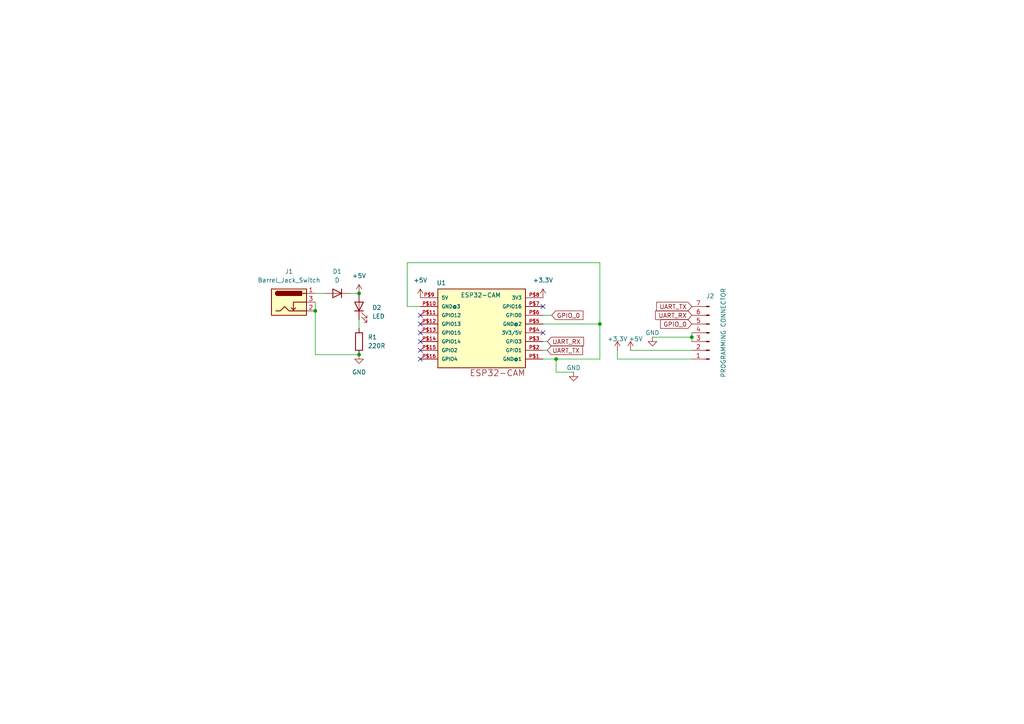
<source format=kicad_sch>
(kicad_sch (version 20231120) (generator "eeschema") (generator_version "8.0")
  (paper "A4")
  (lib_symbols
    (symbol "Connector:Barrel_Jack_Switch" (pin_names hide)
      (property "Reference" "J" (at 0 5.334 0))
      (property "Value" "Barrel_Jack_Switch" (at 0 -5.08 0))
      (symbol "Barrel_Jack_Switch_0_1"
        (rectangle (start -5.08 3.81) (end 5.08 -3.81) (stroke (width 0.254)) (fill (type background)))
        (arc (start -3.302 3.175) (mid -3.9343 2.54) (end -3.302 1.905) (stroke (width 0.254)))
        (arc (start -3.302 3.175) (mid -3.9343 2.54) (end -3.302 1.905) (stroke (width 0.254)) (fill (type outline)))
        (polyline (pts (xy 1.27 -2.286) (xy 1.905 -1.651)) (stroke (width 0.254)))
        (polyline (pts (xy 5.08 2.54) (xy 3.81 2.54)) (stroke (width 0.254)))
        (polyline (pts (xy 5.08 0) (xy 1.27 0) (xy 1.27 -2.286) (xy 0.635 -1.651)) (stroke (width 0.254)))
        (polyline (pts (xy -3.81 -2.54) (xy -2.54 -2.54) (xy -1.27 -1.27) (xy 0 -2.54) (xy 2.54 -2.54) (xy 5.08 -2.54)) (stroke (width 0.254)))
        (rectangle (start 3.683 3.175) (end -3.302 1.905) (stroke (width 0.254)) (fill (type outline)))
      )
      (symbol "Barrel_Jack_Switch_1_1"
        (pin passive line (at 7.62 2.54 180) (length 2.54) (name "~") (number "1"))
        (pin passive line (at 7.62 -2.54 180) (length 2.54) (name "~") (number "2"))
        (pin passive line (at 7.62 0 180) (length 2.54) (name "~") (number "3"))
      )
    )
    (symbol "Connector:Conn_01x07_Pin" (pin_names (offset 1.016) hide)
      (property "Reference" "J" (at 0 10.16 0))
      (property "Value" "Conn_01x07_Pin" (at 0 -10.16 0))
      (symbol "Conn_01x07_Pin_1_1"
        (polyline (pts (xy 1.27 -7.62) (xy 0.8636 -7.62)) (stroke (width 0.1524)))
        (polyline (pts (xy 1.27 -5.08) (xy 0.8636 -5.08)) (stroke (width 0.1524)))
        (polyline (pts (xy 1.27 -2.54) (xy 0.8636 -2.54)) (stroke (width 0.1524)))
        (polyline (pts (xy 1.27 0) (xy 0.8636 0)) (stroke (width 0.1524)))
        (polyline (pts (xy 1.27 2.54) (xy 0.8636 2.54)) (stroke (width 0.1524)))
        (polyline (pts (xy 1.27 5.08) (xy 0.8636 5.08)) (stroke (width 0.1524)))
        (polyline (pts (xy 1.27 7.62) (xy 0.8636 7.62)) (stroke (width 0.1524)))
        (rectangle (start 0.8636 -7.493) (end 0 -7.747) (stroke (width 0.1524)) (fill (type outline)))
        (rectangle (start 0.8636 -4.953) (end 0 -5.207) (stroke (width 0.1524)) (fill (type outline)))
        (rectangle (start 0.8636 -2.413) (end 0 -2.667) (stroke (width 0.1524)) (fill (type outline)))
        (rectangle (start 0.8636 0.127) (end 0 -0.127) (stroke (width 0.1524)) (fill (type outline)))
        (rectangle (start 0.8636 2.667) (end 0 2.413) (stroke (width 0.1524)) (fill (type outline)))
        (rectangle (start 0.8636 5.207) (end 0 4.953) (stroke (width 0.1524)) (fill (type outline)))
        (rectangle (start 0.8636 7.747) (end 0 7.493) (stroke (width 0.1524)) (fill (type outline)))
        (pin passive line (at 5.08 7.62 180) (length 3.81) (name "Pin_1") (number "1"))
        (pin passive line (at 5.08 5.08 180) (length 3.81) (name "Pin_2") (number "2"))
        (pin passive line (at 5.08 2.54 180) (length 3.81) (name "Pin_3") (number "3"))
        (pin passive line (at 5.08 0 180) (length 3.81) (name "Pin_4") (number "4"))
        (pin passive line (at 5.08 -2.54 180) (length 3.81) (name "Pin_5") (number "5"))
        (pin passive line (at 5.08 -5.08 180) (length 3.81) (name "Pin_6") (number "6"))
        (pin passive line (at 5.08 -7.62 180) (length 3.81) (name "Pin_7") (number "7"))
      )
    )
    (symbol "Device:D" (pin_numbers hide) (pin_names (offset 1.016) hide)
      (property "Reference" "D" (at 0 2.54 0))
      (property "Value" "D" (at 0 -2.54 0))
      (symbol "D_0_1"
        (polyline (pts (xy -1.27 1.27) (xy -1.27 -1.27)) (stroke (width 0.254)))
        (polyline (pts (xy 1.27 0) (xy -1.27 0)))
        (polyline (pts (xy 1.27 1.27) (xy 1.27 -1.27) (xy -1.27 0) (xy 1.27 1.27)) (stroke (width 0.254)))
      )
      (symbol "D_1_1"
        (pin passive line (at -3.81 0 0) (length 2.54) (name "K") (number "1"))
        (pin passive line (at 3.81 0 180) (length 2.54) (name "A") (number "2"))
      )
    )
    (symbol "Device:LED" (pin_numbers hide) (pin_names (offset 1.016) hide)
      (property "Reference" "D" (at 0 2.54 0))
      (property "Value" "LED" (at 0 -2.54 0))
      (symbol "LED_0_1"
        (polyline (pts (xy -1.27 -1.27) (xy -1.27 1.27)) (stroke (width 0.254)))
        (polyline (pts (xy -1.27 0) (xy 1.27 0)))
        (polyline (pts (xy 1.27 -1.27) (xy 1.27 1.27) (xy -1.27 0) (xy 1.27 -1.27)) (stroke (width 0.254)))
        (polyline (pts (xy -3.048 -0.762) (xy -4.572 -2.286) (xy -3.81 -2.286) (xy -4.572 -2.286) (xy -4.572 -1.524)))
        (polyline (pts (xy -1.778 -0.762) (xy -3.302 -2.286) (xy -2.54 -2.286) (xy -3.302 -2.286) (xy -3.302 -1.524)))
      )
      (symbol "LED_1_1"
        (pin passive line (at -3.81 0 0) (length 2.54) (name "K") (number "1"))
        (pin passive line (at 3.81 0 180) (length 2.54) (name "A") (number "2"))
      )
    )
    (symbol "Device:R" (pin_numbers hide) (pin_names (offset 0))
      (property "Reference" "R" (at 2.032 0 90))
      (property "Value" "R" (at 0 0 90))
      (symbol "R_0_1"
        (rectangle (start -1.016 -2.54) (end 1.016 2.54) (stroke (width 0.254)))
      )
      (symbol "R_1_1"
        (pin passive line (at 0 3.81 270) (length 1.27) (name "~") (number "1"))
        (pin passive line (at 0 -3.81 90) (length 1.27) (name "~") (number "2"))
      )
    )
    (symbol "ESP32-CAM:ESP32-CAM" (pin_names (offset 1.016))
      (property "Reference" "U" (at 0 0 0))
      (property "Value" "ESP32-CAM" (at 0 0 0))
      (symbol "ESP32-CAM_0_0"
        (rectangle (start -12.7 -10.16) (end 12.7 12.7) (stroke (width 0.254)) (fill (type background)))
        (text "ESP32-CAM" (at -12.7 15.24 0) (effects (font (size 1.778 1.778)) (justify left bottom)))
        (pin bidirectional line (at -17.78 10.16 0) (length 5.08) (name "GND@1") (number "P$1"))
        (pin bidirectional line (at 17.78 -5.08 180) (length 5.08) (name "GND@3") (number "P$10"))
        (pin bidirectional line (at 17.78 -2.54 180) (length 5.08) (name "GPIO12") (number "P$11"))
        (pin bidirectional line (at 17.78 0 180) (length 5.08) (name "GPIO13") (number "P$12"))
        (pin bidirectional line (at 17.78 2.54 180) (length 5.08) (name "GPIO15") (number "P$13"))
        (pin bidirectional line (at 17.78 5.08 180) (length 5.08) (name "GPIO14") (number "P$14"))
        (pin bidirectional line (at 17.78 7.62 180) (length 5.08) (name "GPIO2") (number "P$15"))
        (pin bidirectional line (at 17.78 10.16 180) (length 5.08) (name "GPIO4") (number "P$16"))
        (pin bidirectional line (at -17.78 7.62 0) (length 5.08) (name "GPIO1") (number "P$2"))
        (pin bidirectional line (at -17.78 5.08 0) (length 5.08) (name "GPIO3") (number "P$3"))
        (pin bidirectional line (at -17.78 2.54 0) (length 5.08) (name "3V3/5V") (number "P$4"))
        (pin bidirectional line (at -17.78 0 0) (length 5.08) (name "GND@2") (number "P$5"))
        (pin bidirectional line (at -17.78 -2.54 0) (length 5.08) (name "GPIO0") (number "P$6"))
        (pin bidirectional line (at -17.78 -5.08 0) (length 5.08) (name "GPIO16") (number "P$7"))
        (pin bidirectional line (at -17.78 -7.62 0) (length 5.08) (name "3V3") (number "P$8"))
        (pin bidirectional line (at 17.78 -7.62 180) (length 5.08) (name "5V") (number "P$9"))
      )
    )
    (symbol "power:+3.3V" (power) (pin_numbers hide) (pin_names (offset 0) hide)
      (property "Value" "+3.3V" (at 0 3.556 0))
      (symbol "+3.3V_0_1"
        (polyline (pts (xy -0.762 1.27) (xy 0 2.54)))
        (polyline (pts (xy 0 0) (xy 0 2.54)))
        (polyline (pts (xy 0 2.54) (xy 0.762 1.27)))
      )
      (symbol "+3.3V_1_1"
        (pin power_in line (at 0 0 90) (length 0) (name "~") (number "1"))
      )
    )
    (symbol "power:+5V" (power) (pin_numbers hide) (pin_names (offset 0) hide)
      (property "Value" "+5V" (at 0 3.556 0))
      (symbol "+5V_0_1"
        (polyline (pts (xy -0.762 1.27) (xy 0 2.54)))
        (polyline (pts (xy 0 0) (xy 0 2.54)))
        (polyline (pts (xy 0 2.54) (xy 0.762 1.27)))
      )
      (symbol "+5V_1_1"
        (pin power_in line (at 0 0 90) (length 0) (name "~") (number "1"))
      )
    )
    (symbol "power:GND" (power) (pin_numbers hide) (pin_names (offset 0) hide)
      (property "Value" "GND" (at 0 -3.81 0))
      (symbol "GND_0_1"
        (polyline (pts (xy 0 0) (xy 0 -1.27) (xy 1.27 -1.27) (xy 0 -2.54) (xy -1.27 -1.27) (xy 0 -1.27)))
      )
      (symbol "GND_1_1"
        (pin power_in line (at 0 0 270) (length 0) (name "~") (number "1"))
      )
    )
  )
  (junction (at 161.29 104.14))
  (junction (at 104.14 102.87))
  (junction (at 200.66 97.79))
  (junction (at 91.44 90.17))
  (junction (at 173.99 93.98))
  (junction (at 104.14 85.09))
  (no_connect (at 157.48 88.9))
  (no_connect (at 121.92 91.44))
  (no_connect (at 121.92 93.98))
  (no_connect (at 121.92 101.6))
  (no_connect (at 121.92 99.06))
  (no_connect (at 121.92 96.52))
  (no_connect (at 157.48 96.52))
  (no_connect (at 121.92 104.14))
  (wire (pts (xy 189.23 97.79) (xy 200.66 97.79)))
  (wire (pts (xy 91.44 90.17) (xy 91.44 102.87)))
  (wire (pts (xy 157.48 93.98) (xy 173.99 93.98)))
  (wire (pts (xy 93.98 85.09) (xy 91.44 85.09)))
  (wire (pts (xy 173.99 104.14) (xy 161.29 104.14)))
  (wire (pts (xy 166.37 107.95) (xy 161.29 107.95)))
  (wire (pts (xy 118.11 88.9) (xy 118.11 76.2)))
  (wire (pts (xy 158.75 99.06) (xy 157.48 99.06)))
  (wire (pts (xy 200.66 97.79) (xy 200.66 99.06)))
  (wire (pts (xy 173.99 93.98) (xy 173.99 104.14)))
  (wire (pts (xy 121.92 88.9) (xy 118.11 88.9)))
  (wire (pts (xy 91.44 87.63) (xy 91.44 90.17)))
  (wire (pts (xy 179.07 101.6) (xy 179.07 104.14)))
  (wire (pts (xy 118.11 76.2) (xy 173.99 76.2)))
  (wire (pts (xy 91.44 102.87) (xy 104.14 102.87)))
  (wire (pts (xy 179.07 104.14) (xy 200.66 104.14)))
  (wire (pts (xy 161.29 107.95) (xy 161.29 104.14)))
  (wire (pts (xy 101.6 85.09) (xy 104.14 85.09)))
  (wire (pts (xy 104.14 95.25) (xy 104.14 92.71)))
  (wire (pts (xy 160.02 91.44) (xy 157.48 91.44)))
  (wire (pts (xy 158.75 101.6) (xy 157.48 101.6)))
  (wire (pts (xy 161.29 104.14) (xy 157.48 104.14)))
  (wire (pts (xy 200.66 96.52) (xy 200.66 97.79)))
  (wire (pts (xy 182.88 101.6) (xy 200.66 101.6)))
  (wire (pts (xy 173.99 76.2) (xy 173.99 93.98)))
  (global_label "UART_RX" (shape input) (at 200.66 91.44 180) (property "Intersheetrefs" "${INTERSHEET_REFS}" (effects (hide yes))))
  (global_label "GPIO_0" (shape input) (at 200.66 93.98 180) (property "Intersheetrefs" "${INTERSHEET_REFS}" (effects (hide yes))))
  (global_label "UART_RX" (shape input) (at 158.75 99.06 0) (property "Intersheetrefs" "${INTERSHEET_REFS}" (effects (hide yes))))
  (global_label "UART_TX" (shape input) (at 158.75 101.6 0) (property "Intersheetrefs" "${INTERSHEET_REFS}" (effects (hide yes))))
  (global_label "GPIO_0" (shape input) (at 160.02 91.44 0) (property "Intersheetrefs" "${INTERSHEET_REFS}" (effects (hide yes))))
  (global_label "UART_TX" (shape input) (at 200.66 88.9 180) (property "Intersheetrefs" "${INTERSHEET_REFS}" (effects (hide yes))))
  (symbol (lib_id "Device:D") (at 97.79 85.09 180) (unit 1)
    (property "Reference" "D1" (at 97.79 78.74 0))
    (property "Value" "D" (at 97.79 81.28 0))
    (property "Footprint" "Diode_THT:D_A-405_P7.62mm_Horizontal" (effects (hide yes)))
    (property "Description" "Diode" (effects (hide yes)))
    (property "Sim.Device" "D" (effects (hide yes)))
    (property "Sim.Pins" "1=K 2=A" (effects (hide yes)))
  )
  (symbol (lib_id "Connector:Barrel_Jack_Switch") (at 83.82 87.63 0) (unit 1)
    (property "Reference" "J1" (at 83.82 78.74 0))
    (property "Value" "Barrel_Jack_Switch" (at 83.82 81.28 0))
    (property "Footprint" "Connector_BarrelJack:BarrelJack_Horizontal" (effects (hide yes)))
    (property "Description" "DC Barrel Jack with an internal switch" (effects (hide yes)))
  )
  (symbol (lib_id "ESP32-CAM:ESP32-CAM") (at 139.7 93.98 180) (unit 1)
    (property "Reference" "U1" (at 128.016 82.042 0))
    (property "Value" "ESP32-CAM" (at 139.446 85.598 0))
    (property "Footprint" "ESP32-CAM:ESP32-CAM" (effects (hide yes)))
    (property "MF" "AI-Thinker" (effects (hide yes)))
    (property "Description_1" "\nESP32 ESP32 Transceiver; 802.11 a/b/g/n (Wi-Fi, WiFi, WLAN), Bluetooth® Smart 4.x Low Energy (BLE) Evaluation Board\n" (effects (hide yes)))
    (property "Package" "None" (effects (hide yes)))
    (property "Price" "None" (effects (hide yes)))
    (property "SnapEDA_Link" "https://www.snapeda.com/parts/ESP32-CAM/AI-Thinker/view-part/?ref=snap" (effects (hide yes)))
    (property "MP" "ESP32-CAM" (effects (hide yes)))
    (property "Availability" "Not in stock" (effects (hide yes)))
    (property "Check_prices" "https://www.snapeda.com/parts/ESP32-CAM/AI-Thinker/view-part/?ref=eda" (effects (hide yes)))
  )
  (symbol (lib_id "Device:LED") (at 104.14 88.9 90) (unit 1)
    (property "Reference" "D2" (at 107.95 89.2174 90) (effects (justify right)))
    (property "Value" "LED" (at 107.95 91.7574 90) (effects (justify right)))
    (property "Footprint" "LED_THT:LED_D5.0mm" (effects (hide yes)))
    (property "Description" "Light emitting diode" (effects (hide yes)))
  )
  (symbol (lib_id "power:+5V") (at 104.14 85.09 0) (unit 1)
    (property "Reference" "#PWR01" (effects (hide yes)))
    (property "Value" "+5V" (at 104.14 80.01 0))
    (property "Description" "Power symbol creates a global label with name \"+5V\"" (effects (hide yes)))
  )
  (symbol (lib_id "power:GND") (at 189.23 97.79 0) (unit 1)
    (property "Reference" "#PWR06" (effects (hide yes)))
    (property "Value" "GND" (at 189.23 96.52 0))
    (property "Description" "Power symbol creates a global label with name \"GND\" , ground" (effects (hide yes)))
  )
  (symbol (lib_id "Device:R") (at 104.14 99.06 0) (unit 1)
    (property "Reference" "R1" (at 106.68 97.7899 0) (effects (justify left)))
    (property "Value" "220R" (at 106.68 100.3299 0) (effects (justify left)))
    (property "Footprint" "Resistor_THT:R_Axial_DIN0207_L6.3mm_D2.5mm_P7.62mm_Horizontal" (effects (hide yes)))
    (property "Description" "Resistor" (effects (hide yes)))
  )
  (symbol (lib_id "power:GND") (at 104.14 102.87 0) (unit 1)
    (property "Reference" "#PWR03" (effects (hide yes)))
    (property "Value" "GND" (at 104.14 107.95 0))
    (property "Description" "Power symbol creates a global label with name \"GND\" , ground" (effects (hide yes)))
  )
  (symbol (lib_id "power:GND") (at 166.37 107.95 0) (unit 1)
    (property "Reference" "#PWR05" (effects (hide yes)))
    (property "Value" "GND" (at 166.37 106.68 0))
    (property "Description" "Power symbol creates a global label with name \"GND\" , ground" (effects (hide yes)))
  )
  (symbol (lib_id "power:+5V") (at 121.92 86.36 0) (unit 1)
    (property "Reference" "#PWR04" (effects (hide yes)))
    (property "Value" "+5V" (at 121.92 81.28 0))
    (property "Description" "Power symbol creates a global label with name \"+5V\"" (effects (hide yes)))
  )
  (symbol (lib_id "power:+5V") (at 182.88 101.6 0) (unit 1)
    (property "Reference" "#PWR07" (effects (hide yes)))
    (property "Value" "+5V" (at 184.404 98.298 0))
    (property "Description" "Power symbol creates a global label with name \"+5V\"" (effects (hide yes)))
  )
  (symbol (lib_id "power:+3.3V") (at 179.07 101.6 0) (unit 1)
    (property "Reference" "#PWR09" (effects (hide yes)))
    (property "Value" "+3.3V" (at 179.07 98.298 0))
    (property "Description" "Power symbol creates a global label with name \"+3.3V\"" (effects (hide yes)))
  )
  (symbol (lib_id "Connector:Conn_01x07_Pin") (at 205.74 96.52 180) (unit 1)
    (property "Reference" "J2" (at 205.994 85.852 0))
    (property "Value" "PROGRAMMING CONNECTOR" (at 209.804 96.52 90))
    (property "Footprint" "Connector_PinHeader_2.54mm:PinHeader_1x07_P2.54mm_Horizontal" (effects (hide yes)))
    (property "Description" "Generic connector, single row, 01x07, script generated" (effects (hide yes)))
  )
  (symbol (lib_id "power:+3.3V") (at 157.48 86.36 0) (unit 1)
    (property "Reference" "#PWR08" (effects (hide yes)))
    (property "Value" "+3.3V" (at 157.48 81.28 0))
    (property "Description" "Power symbol creates a global label with name \"+3.3V\"" (effects (hide yes)))
  )
)
</source>
